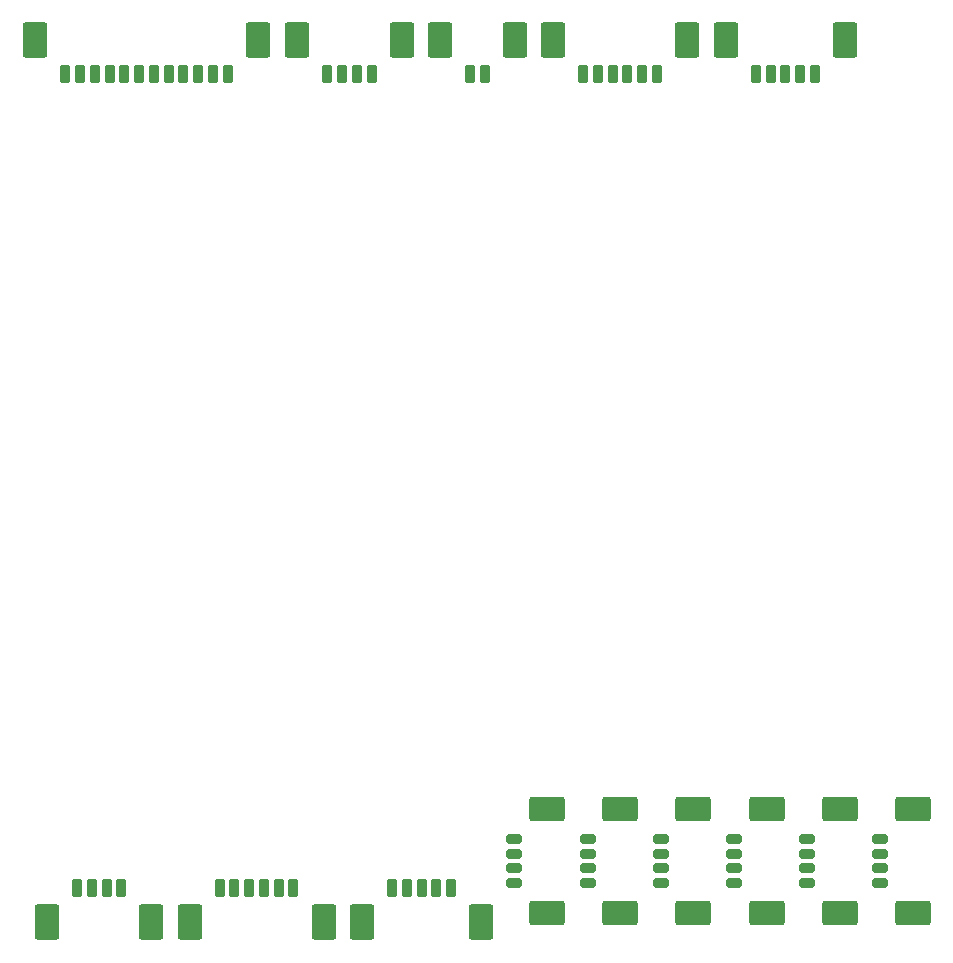
<source format=gtp>
%TF.GenerationSoftware,KiCad,Pcbnew,(6.0.7)*%
%TF.CreationDate,2022-08-26T15:30:49+08:00*%
%TF.ProjectId,adapter_board,61646170-7465-4725-9f62-6f6172642e6b,rev?*%
%TF.SameCoordinates,Original*%
%TF.FileFunction,Paste,Top*%
%TF.FilePolarity,Positive*%
%FSLAX46Y46*%
G04 Gerber Fmt 4.6, Leading zero omitted, Abs format (unit mm)*
G04 Created by KiCad (PCBNEW (6.0.7)) date 2022-08-26 15:30:49*
%MOMM*%
%LPD*%
G01*
G04 APERTURE LIST*
G04 Aperture macros list*
%AMRoundRect*
0 Rectangle with rounded corners*
0 $1 Rounding radius*
0 $2 $3 $4 $5 $6 $7 $8 $9 X,Y pos of 4 corners*
0 Add a 4 corners polygon primitive as box body*
4,1,4,$2,$3,$4,$5,$6,$7,$8,$9,$2,$3,0*
0 Add four circle primitives for the rounded corners*
1,1,$1+$1,$2,$3*
1,1,$1+$1,$4,$5*
1,1,$1+$1,$6,$7*
1,1,$1+$1,$8,$9*
0 Add four rect primitives between the rounded corners*
20,1,$1+$1,$2,$3,$4,$5,0*
20,1,$1+$1,$4,$5,$6,$7,0*
20,1,$1+$1,$6,$7,$8,$9,0*
20,1,$1+$1,$8,$9,$2,$3,0*%
G04 Aperture macros list end*
%ADD10RoundRect,0.200000X0.450000X-0.200000X0.450000X0.200000X-0.450000X0.200000X-0.450000X-0.200000X0*%
%ADD11RoundRect,0.250001X1.249999X-0.799999X1.249999X0.799999X-1.249999X0.799999X-1.249999X-0.799999X0*%
%ADD12RoundRect,0.200000X-0.200000X-0.600000X0.200000X-0.600000X0.200000X0.600000X-0.200000X0.600000X0*%
%ADD13RoundRect,0.250001X-0.799999X-1.249999X0.799999X-1.249999X0.799999X1.249999X-0.799999X1.249999X0*%
%ADD14RoundRect,0.200000X0.200000X0.600000X-0.200000X0.600000X-0.200000X-0.600000X0.200000X-0.600000X0*%
%ADD15RoundRect,0.250001X0.799999X1.249999X-0.799999X1.249999X-0.799999X-1.249999X0.799999X-1.249999X0*%
G04 APERTURE END LIST*
D10*
%TO.C,J9*%
X161750000Y-126175000D03*
X161750000Y-124925000D03*
X161750000Y-123675000D03*
X161750000Y-122425000D03*
D11*
X164500000Y-119875000D03*
X164500000Y-128725000D03*
%TD*%
D10*
%TO.C,J14*%
X180350000Y-126175000D03*
X180350000Y-124925000D03*
X180350000Y-123675000D03*
X180350000Y-122425000D03*
D11*
X183100000Y-128725000D03*
X183100000Y-119875000D03*
%TD*%
D12*
%TO.C,J7*%
X136800000Y-126600000D03*
X138050000Y-126600000D03*
X139300000Y-126600000D03*
X140550000Y-126600000D03*
X141800000Y-126600000D03*
X143050000Y-126600000D03*
D13*
X134250000Y-129500000D03*
X145600000Y-129500000D03*
%TD*%
D14*
%TO.C,J1*%
X187200000Y-57700000D03*
X185950000Y-57700000D03*
X184700000Y-57700000D03*
X183450000Y-57700000D03*
X182200000Y-57700000D03*
D15*
X189750000Y-54800000D03*
X179650000Y-54800000D03*
%TD*%
D14*
%TO.C,J2*%
X137475000Y-57700000D03*
X136225000Y-57700000D03*
X134975000Y-57700000D03*
X133725000Y-57700000D03*
X132475000Y-57700000D03*
X131225000Y-57700000D03*
X129975000Y-57700000D03*
X128725000Y-57700000D03*
X127475000Y-57700000D03*
X126225000Y-57700000D03*
X124975000Y-57700000D03*
X123725000Y-57700000D03*
D15*
X140025000Y-54800000D03*
X121175000Y-54800000D03*
%TD*%
D14*
%TO.C,J4*%
X159225000Y-57700000D03*
X157975000Y-57700000D03*
D15*
X155425000Y-54800000D03*
X161775000Y-54800000D03*
%TD*%
D14*
%TO.C,J8*%
X173825000Y-57700000D03*
X172575000Y-57700000D03*
X171325000Y-57700000D03*
X170075000Y-57700000D03*
X168825000Y-57700000D03*
X167575000Y-57700000D03*
D15*
X165025000Y-54800000D03*
X176375000Y-54800000D03*
%TD*%
D12*
%TO.C,J3*%
X124725000Y-126600000D03*
X125975000Y-126600000D03*
X127225000Y-126600000D03*
X128475000Y-126600000D03*
D13*
X131025000Y-129500000D03*
X122175000Y-129500000D03*
%TD*%
D10*
%TO.C,J13*%
X192750000Y-126175000D03*
X192750000Y-124925000D03*
X192750000Y-123675000D03*
X192750000Y-122425000D03*
D11*
X195500000Y-128725000D03*
X195500000Y-119875000D03*
%TD*%
D14*
%TO.C,J6*%
X149675000Y-57700000D03*
X148425000Y-57700000D03*
X147175000Y-57700000D03*
X145925000Y-57700000D03*
D15*
X152225000Y-54800000D03*
X143375000Y-54800000D03*
%TD*%
D10*
%TO.C,J10*%
X167950000Y-126175000D03*
X167950000Y-124925000D03*
X167950000Y-123675000D03*
X167950000Y-122425000D03*
D11*
X170700000Y-119875000D03*
X170700000Y-128725000D03*
%TD*%
D10*
%TO.C,J11*%
X174150000Y-126175000D03*
X174150000Y-124925000D03*
X174150000Y-123675000D03*
X174150000Y-122425000D03*
D11*
X176900000Y-128725000D03*
X176900000Y-119875000D03*
%TD*%
D12*
%TO.C,J5*%
X151400000Y-126600000D03*
X152650000Y-126600000D03*
X153900000Y-126600000D03*
X155150000Y-126600000D03*
X156400000Y-126600000D03*
D13*
X158950000Y-129500000D03*
X148850000Y-129500000D03*
%TD*%
D10*
%TO.C,J12*%
X186550000Y-126175000D03*
X186550000Y-124925000D03*
X186550000Y-123675000D03*
X186550000Y-122425000D03*
D11*
X189300000Y-119875000D03*
X189300000Y-128725000D03*
%TD*%
M02*

</source>
